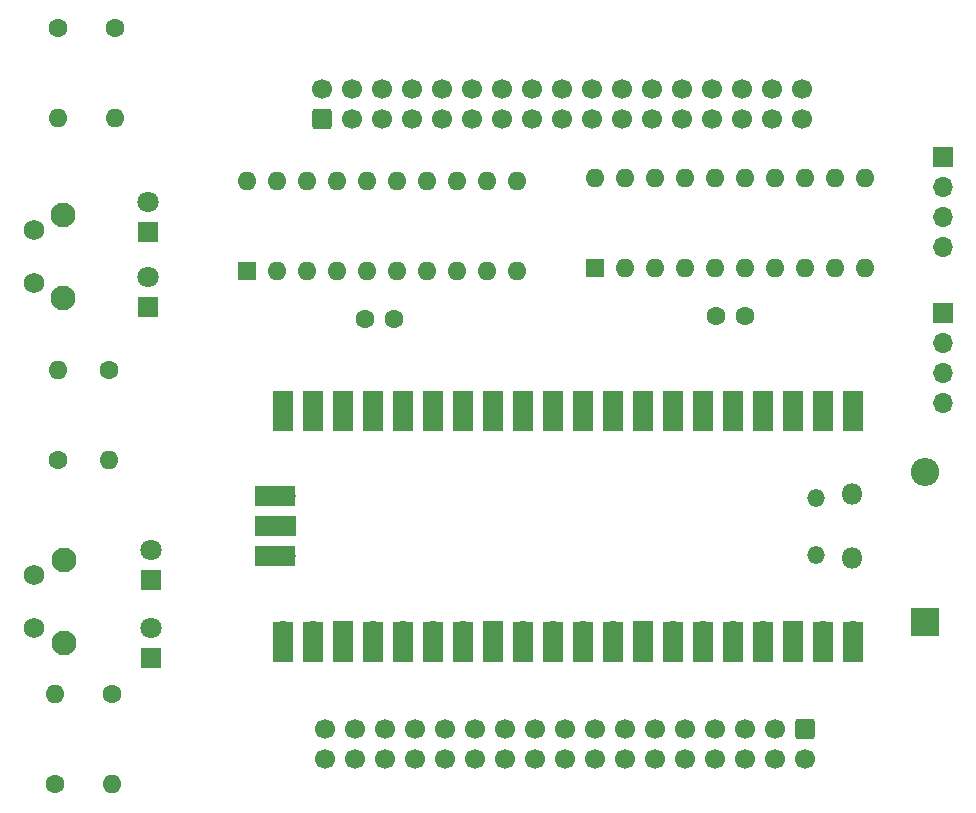
<source format=gbr>
%TF.GenerationSoftware,KiCad,Pcbnew,(6.0.6)*%
%TF.CreationDate,2023-06-21T15:59:23+02:00*%
%TF.ProjectId,X68KFDPI,5836384b-4644-4504-992e-6b696361645f,rev?*%
%TF.SameCoordinates,Original*%
%TF.FileFunction,Soldermask,Top*%
%TF.FilePolarity,Negative*%
%FSLAX46Y46*%
G04 Gerber Fmt 4.6, Leading zero omitted, Abs format (unit mm)*
G04 Created by KiCad (PCBNEW (6.0.6)) date 2023-06-21 15:59:23*
%MOMM*%
%LPD*%
G01*
G04 APERTURE LIST*
G04 Aperture macros list*
%AMRoundRect*
0 Rectangle with rounded corners*
0 $1 Rounding radius*
0 $2 $3 $4 $5 $6 $7 $8 $9 X,Y pos of 4 corners*
0 Add a 4 corners polygon primitive as box body*
4,1,4,$2,$3,$4,$5,$6,$7,$8,$9,$2,$3,0*
0 Add four circle primitives for the rounded corners*
1,1,$1+$1,$2,$3*
1,1,$1+$1,$4,$5*
1,1,$1+$1,$6,$7*
1,1,$1+$1,$8,$9*
0 Add four rect primitives between the rounded corners*
20,1,$1+$1,$2,$3,$4,$5,0*
20,1,$1+$1,$4,$5,$6,$7,0*
20,1,$1+$1,$6,$7,$8,$9,0*
20,1,$1+$1,$8,$9,$2,$3,0*%
G04 Aperture macros list end*
%ADD10C,1.600000*%
%ADD11R,1.800000X1.800000*%
%ADD12C,1.800000*%
%ADD13O,1.600000X1.600000*%
%ADD14O,1.800000X1.800000*%
%ADD15O,1.500000X1.500000*%
%ADD16R,1.700000X3.500000*%
%ADD17O,1.700000X1.700000*%
%ADD18R,1.700000X1.700000*%
%ADD19R,3.500000X1.700000*%
%ADD20C,2.100000*%
%ADD21C,1.750000*%
%ADD22RoundRect,0.250000X-0.600000X0.600000X-0.600000X-0.600000X0.600000X-0.600000X0.600000X0.600000X0*%
%ADD23C,1.700000*%
%ADD24R,2.400000X2.400000*%
%ADD25O,2.400000X2.400000*%
%ADD26R,1.600000X1.600000*%
%ADD27RoundRect,0.250000X0.600000X-0.600000X0.600000X0.600000X-0.600000X0.600000X-0.600000X-0.600000X0*%
G04 APERTURE END LIST*
D10*
%TO.C,C2*%
X169946000Y-78486000D03*
X172446000Y-78486000D03*
%TD*%
D11*
%TO.C,D3*%
X122174000Y-100838000D03*
D12*
X122174000Y-98298000D03*
%TD*%
D10*
%TO.C,R5*%
X118618000Y-83058000D03*
D13*
X118618000Y-90678000D03*
%TD*%
D11*
%TO.C,D4*%
X121920000Y-71374000D03*
D12*
X121920000Y-68834000D03*
%TD*%
D10*
%TO.C,R1*%
X118872000Y-110490000D03*
D13*
X118872000Y-118110000D03*
%TD*%
D10*
%TO.C,R3*%
X114046000Y-118110000D03*
D13*
X114046000Y-110490000D03*
%TD*%
D14*
%TO.C,U1*%
X181480000Y-93541000D03*
D15*
X178450000Y-98691000D03*
X178450000Y-93841000D03*
D14*
X181480000Y-98991000D03*
D16*
X181610000Y-86476000D03*
D17*
X181610000Y-87376000D03*
D16*
X179070000Y-86476000D03*
D17*
X179070000Y-87376000D03*
D16*
X176530000Y-86476000D03*
D18*
X176530000Y-87376000D03*
D17*
X173990000Y-87376000D03*
D16*
X173990000Y-86476000D03*
X171450000Y-86476000D03*
D17*
X171450000Y-87376000D03*
X168910000Y-87376000D03*
D16*
X168910000Y-86476000D03*
D17*
X166370000Y-87376000D03*
D16*
X166370000Y-86476000D03*
D18*
X163830000Y-87376000D03*
D16*
X163830000Y-86476000D03*
D17*
X161290000Y-87376000D03*
D16*
X161290000Y-86476000D03*
D17*
X158750000Y-87376000D03*
D16*
X158750000Y-86476000D03*
X156210000Y-86476000D03*
D17*
X156210000Y-87376000D03*
D16*
X153670000Y-86476000D03*
D17*
X153670000Y-87376000D03*
D16*
X151130000Y-86476000D03*
D18*
X151130000Y-87376000D03*
D16*
X148590000Y-86476000D03*
D17*
X148590000Y-87376000D03*
X146050000Y-87376000D03*
D16*
X146050000Y-86476000D03*
X143510000Y-86476000D03*
D17*
X143510000Y-87376000D03*
D16*
X140970000Y-86476000D03*
D17*
X140970000Y-87376000D03*
D18*
X138430000Y-87376000D03*
D16*
X138430000Y-86476000D03*
D17*
X135890000Y-87376000D03*
D16*
X135890000Y-86476000D03*
D17*
X133350000Y-87376000D03*
D16*
X133350000Y-86476000D03*
X133350000Y-106056000D03*
D17*
X133350000Y-105156000D03*
X135890000Y-105156000D03*
D16*
X135890000Y-106056000D03*
X138430000Y-106056000D03*
D18*
X138430000Y-105156000D03*
D16*
X140970000Y-106056000D03*
D17*
X140970000Y-105156000D03*
D16*
X143510000Y-106056000D03*
D17*
X143510000Y-105156000D03*
X146050000Y-105156000D03*
D16*
X146050000Y-106056000D03*
X148590000Y-106056000D03*
D17*
X148590000Y-105156000D03*
D16*
X151130000Y-106056000D03*
D18*
X151130000Y-105156000D03*
D17*
X153670000Y-105156000D03*
D16*
X153670000Y-106056000D03*
X156210000Y-106056000D03*
D17*
X156210000Y-105156000D03*
X158750000Y-105156000D03*
D16*
X158750000Y-106056000D03*
D17*
X161290000Y-105156000D03*
D16*
X161290000Y-106056000D03*
X163830000Y-106056000D03*
D18*
X163830000Y-105156000D03*
D16*
X166370000Y-106056000D03*
D17*
X166370000Y-105156000D03*
D16*
X168910000Y-106056000D03*
D17*
X168910000Y-105156000D03*
D16*
X171450000Y-106056000D03*
D17*
X171450000Y-105156000D03*
D16*
X173990000Y-106056000D03*
D17*
X173990000Y-105156000D03*
D16*
X176530000Y-106056000D03*
D18*
X176530000Y-105156000D03*
D16*
X179070000Y-106056000D03*
D17*
X179070000Y-105156000D03*
D16*
X181610000Y-106056000D03*
D17*
X181610000Y-105156000D03*
X133580000Y-93726000D03*
D19*
X132680000Y-93726000D03*
D18*
X133580000Y-96266000D03*
D19*
X132680000Y-96266000D03*
D17*
X133580000Y-98806000D03*
D19*
X132680000Y-98806000D03*
%TD*%
D18*
%TO.C,J8*%
X189173000Y-78242000D03*
D17*
X189173000Y-80782000D03*
X189173000Y-83322000D03*
X189173000Y-85862000D03*
%TD*%
D20*
%TO.C,SW2*%
X114688500Y-76942000D03*
X114688500Y-69932000D03*
D21*
X112198500Y-75692000D03*
X112198500Y-71192000D03*
%TD*%
D18*
%TO.C,J15*%
X189173000Y-65034000D03*
D17*
X189173000Y-67574000D03*
X189173000Y-70114000D03*
X189173000Y-72654000D03*
%TD*%
D10*
%TO.C,R4*%
X114300000Y-54102000D03*
D13*
X114300000Y-61722000D03*
%TD*%
D10*
%TO.C,R2*%
X119126000Y-54102000D03*
D13*
X119126000Y-61722000D03*
%TD*%
D22*
%TO.C,J1*%
X177546000Y-113428500D03*
D23*
X177546000Y-115968500D03*
X175006000Y-113428500D03*
X175006000Y-115968500D03*
X172466000Y-113428500D03*
X172466000Y-115968500D03*
X169926000Y-113428500D03*
X169926000Y-115968500D03*
X167386000Y-113428500D03*
X167386000Y-115968500D03*
X164846000Y-113428500D03*
X164846000Y-115968500D03*
X162306000Y-113428500D03*
X162306000Y-115968500D03*
X159766000Y-113428500D03*
X159766000Y-115968500D03*
X157226000Y-113428500D03*
X157226000Y-115968500D03*
X154686000Y-113428500D03*
X154686000Y-115968500D03*
X152146000Y-113428500D03*
X152146000Y-115968500D03*
X149606000Y-113428500D03*
X149606000Y-115968500D03*
X147066000Y-113428500D03*
X147066000Y-115968500D03*
X144526000Y-113428500D03*
X144526000Y-115968500D03*
X141986000Y-113428500D03*
X141986000Y-115968500D03*
X139446000Y-113428500D03*
X139446000Y-115968500D03*
X136906000Y-113428500D03*
X136906000Y-115968500D03*
%TD*%
D24*
%TO.C,D5*%
X187706000Y-104394000D03*
D25*
X187706000Y-91694000D03*
%TD*%
D10*
%TO.C,R6*%
X114300000Y-90678000D03*
D13*
X114300000Y-83058000D03*
%TD*%
D26*
%TO.C,U2*%
X130307000Y-74666000D03*
D13*
X132847000Y-74666000D03*
X135387000Y-74666000D03*
X137927000Y-74666000D03*
X140467000Y-74666000D03*
X143007000Y-74666000D03*
X145547000Y-74666000D03*
X148087000Y-74666000D03*
X150627000Y-74666000D03*
X153167000Y-74666000D03*
X153167000Y-67046000D03*
X150627000Y-67046000D03*
X148087000Y-67046000D03*
X145547000Y-67046000D03*
X143007000Y-67046000D03*
X140467000Y-67046000D03*
X137927000Y-67046000D03*
X135387000Y-67046000D03*
X132847000Y-67046000D03*
X130307000Y-67046000D03*
%TD*%
D11*
%TO.C,D2*%
X121920000Y-77729000D03*
D12*
X121920000Y-75189000D03*
%TD*%
D20*
%TO.C,SW1*%
X114758000Y-106152000D03*
X114758000Y-99142000D03*
D21*
X112268000Y-104902000D03*
X112268000Y-100402000D03*
%TD*%
D27*
%TO.C,J2*%
X136652000Y-61831500D03*
D23*
X136652000Y-59291500D03*
X139192000Y-61831500D03*
X139192000Y-59291500D03*
X141732000Y-61831500D03*
X141732000Y-59291500D03*
X144272000Y-61831500D03*
X144272000Y-59291500D03*
X146812000Y-61831500D03*
X146812000Y-59291500D03*
X149352000Y-61831500D03*
X149352000Y-59291500D03*
X151892000Y-61831500D03*
X151892000Y-59291500D03*
X154432000Y-61831500D03*
X154432000Y-59291500D03*
X156972000Y-61831500D03*
X156972000Y-59291500D03*
X159512000Y-61831500D03*
X159512000Y-59291500D03*
X162052000Y-61831500D03*
X162052000Y-59291500D03*
X164592000Y-61831500D03*
X164592000Y-59291500D03*
X167132000Y-61831500D03*
X167132000Y-59291500D03*
X169672000Y-61831500D03*
X169672000Y-59291500D03*
X172212000Y-61831500D03*
X172212000Y-59291500D03*
X174752000Y-61831500D03*
X174752000Y-59291500D03*
X177292000Y-61831500D03*
X177292000Y-59291500D03*
%TD*%
D10*
%TO.C,C1*%
X140228000Y-78740000D03*
X142728000Y-78740000D03*
%TD*%
D11*
%TO.C,D1*%
X122174000Y-107447000D03*
D12*
X122174000Y-104907000D03*
%TD*%
D26*
%TO.C,U3*%
X159771000Y-74412000D03*
D13*
X162311000Y-74412000D03*
X164851000Y-74412000D03*
X167391000Y-74412000D03*
X169931000Y-74412000D03*
X172471000Y-74412000D03*
X175011000Y-74412000D03*
X177551000Y-74412000D03*
X180091000Y-74412000D03*
X182631000Y-74412000D03*
X182631000Y-66792000D03*
X180091000Y-66792000D03*
X177551000Y-66792000D03*
X175011000Y-66792000D03*
X172471000Y-66792000D03*
X169931000Y-66792000D03*
X167391000Y-66792000D03*
X164851000Y-66792000D03*
X162311000Y-66792000D03*
X159771000Y-66792000D03*
%TD*%
M02*

</source>
